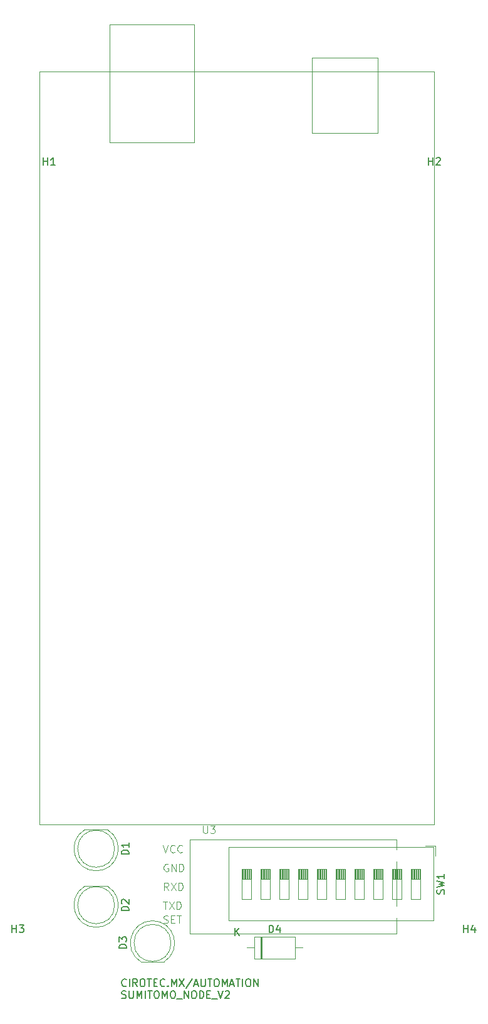
<source format=gbr>
G04 #@! TF.GenerationSoftware,KiCad,Pcbnew,8.0.0*
G04 #@! TF.CreationDate,2024-03-18T20:15:54-07:00*
G04 #@! TF.ProjectId,sumitomo_node_v2,73756d69-746f-46d6-9f5f-6e6f64655f76,rev?*
G04 #@! TF.SameCoordinates,Original*
G04 #@! TF.FileFunction,Legend,Top*
G04 #@! TF.FilePolarity,Positive*
%FSLAX46Y46*%
G04 Gerber Fmt 4.6, Leading zero omitted, Abs format (unit mm)*
G04 Created by KiCad (PCBNEW 8.0.0) date 2024-03-18 20:15:54*
%MOMM*%
%LPD*%
G01*
G04 APERTURE LIST*
%ADD10C,0.150000*%
%ADD11C,0.100000*%
%ADD12C,0.120000*%
%ADD13C,5.300000*%
%ADD14R,2.200000X2.200000*%
%ADD15O,2.200000X2.200000*%
%ADD16R,2.000000X2.000000*%
%ADD17R,1.600000X1.600000*%
%ADD18O,1.600000X1.600000*%
%ADD19C,1.600000*%
%ADD20R,1.800000X1.800000*%
%ADD21C,1.800000*%
G04 APERTURE END LIST*
D10*
X75203207Y-164534636D02*
X75155588Y-164582256D01*
X75155588Y-164582256D02*
X75012731Y-164629875D01*
X75012731Y-164629875D02*
X74917493Y-164629875D01*
X74917493Y-164629875D02*
X74774636Y-164582256D01*
X74774636Y-164582256D02*
X74679398Y-164487017D01*
X74679398Y-164487017D02*
X74631779Y-164391779D01*
X74631779Y-164391779D02*
X74584160Y-164201303D01*
X74584160Y-164201303D02*
X74584160Y-164058446D01*
X74584160Y-164058446D02*
X74631779Y-163867970D01*
X74631779Y-163867970D02*
X74679398Y-163772732D01*
X74679398Y-163772732D02*
X74774636Y-163677494D01*
X74774636Y-163677494D02*
X74917493Y-163629875D01*
X74917493Y-163629875D02*
X75012731Y-163629875D01*
X75012731Y-163629875D02*
X75155588Y-163677494D01*
X75155588Y-163677494D02*
X75203207Y-163725113D01*
X75631779Y-164629875D02*
X75631779Y-163629875D01*
X76679397Y-164629875D02*
X76346064Y-164153684D01*
X76107969Y-164629875D02*
X76107969Y-163629875D01*
X76107969Y-163629875D02*
X76488921Y-163629875D01*
X76488921Y-163629875D02*
X76584159Y-163677494D01*
X76584159Y-163677494D02*
X76631778Y-163725113D01*
X76631778Y-163725113D02*
X76679397Y-163820351D01*
X76679397Y-163820351D02*
X76679397Y-163963208D01*
X76679397Y-163963208D02*
X76631778Y-164058446D01*
X76631778Y-164058446D02*
X76584159Y-164106065D01*
X76584159Y-164106065D02*
X76488921Y-164153684D01*
X76488921Y-164153684D02*
X76107969Y-164153684D01*
X77298445Y-163629875D02*
X77488921Y-163629875D01*
X77488921Y-163629875D02*
X77584159Y-163677494D01*
X77584159Y-163677494D02*
X77679397Y-163772732D01*
X77679397Y-163772732D02*
X77727016Y-163963208D01*
X77727016Y-163963208D02*
X77727016Y-164296541D01*
X77727016Y-164296541D02*
X77679397Y-164487017D01*
X77679397Y-164487017D02*
X77584159Y-164582256D01*
X77584159Y-164582256D02*
X77488921Y-164629875D01*
X77488921Y-164629875D02*
X77298445Y-164629875D01*
X77298445Y-164629875D02*
X77203207Y-164582256D01*
X77203207Y-164582256D02*
X77107969Y-164487017D01*
X77107969Y-164487017D02*
X77060350Y-164296541D01*
X77060350Y-164296541D02*
X77060350Y-163963208D01*
X77060350Y-163963208D02*
X77107969Y-163772732D01*
X77107969Y-163772732D02*
X77203207Y-163677494D01*
X77203207Y-163677494D02*
X77298445Y-163629875D01*
X78012731Y-163629875D02*
X78584159Y-163629875D01*
X78298445Y-164629875D02*
X78298445Y-163629875D01*
X78917493Y-164106065D02*
X79250826Y-164106065D01*
X79393683Y-164629875D02*
X78917493Y-164629875D01*
X78917493Y-164629875D02*
X78917493Y-163629875D01*
X78917493Y-163629875D02*
X79393683Y-163629875D01*
X80393683Y-164534636D02*
X80346064Y-164582256D01*
X80346064Y-164582256D02*
X80203207Y-164629875D01*
X80203207Y-164629875D02*
X80107969Y-164629875D01*
X80107969Y-164629875D02*
X79965112Y-164582256D01*
X79965112Y-164582256D02*
X79869874Y-164487017D01*
X79869874Y-164487017D02*
X79822255Y-164391779D01*
X79822255Y-164391779D02*
X79774636Y-164201303D01*
X79774636Y-164201303D02*
X79774636Y-164058446D01*
X79774636Y-164058446D02*
X79822255Y-163867970D01*
X79822255Y-163867970D02*
X79869874Y-163772732D01*
X79869874Y-163772732D02*
X79965112Y-163677494D01*
X79965112Y-163677494D02*
X80107969Y-163629875D01*
X80107969Y-163629875D02*
X80203207Y-163629875D01*
X80203207Y-163629875D02*
X80346064Y-163677494D01*
X80346064Y-163677494D02*
X80393683Y-163725113D01*
X80822255Y-164534636D02*
X80869874Y-164582256D01*
X80869874Y-164582256D02*
X80822255Y-164629875D01*
X80822255Y-164629875D02*
X80774636Y-164582256D01*
X80774636Y-164582256D02*
X80822255Y-164534636D01*
X80822255Y-164534636D02*
X80822255Y-164629875D01*
X81298445Y-164629875D02*
X81298445Y-163629875D01*
X81298445Y-163629875D02*
X81631778Y-164344160D01*
X81631778Y-164344160D02*
X81965111Y-163629875D01*
X81965111Y-163629875D02*
X81965111Y-164629875D01*
X82346064Y-163629875D02*
X83012730Y-164629875D01*
X83012730Y-163629875D02*
X82346064Y-164629875D01*
X84107968Y-163582256D02*
X83250826Y-164867970D01*
X84393683Y-164344160D02*
X84869873Y-164344160D01*
X84298445Y-164629875D02*
X84631778Y-163629875D01*
X84631778Y-163629875D02*
X84965111Y-164629875D01*
X85298445Y-163629875D02*
X85298445Y-164439398D01*
X85298445Y-164439398D02*
X85346064Y-164534636D01*
X85346064Y-164534636D02*
X85393683Y-164582256D01*
X85393683Y-164582256D02*
X85488921Y-164629875D01*
X85488921Y-164629875D02*
X85679397Y-164629875D01*
X85679397Y-164629875D02*
X85774635Y-164582256D01*
X85774635Y-164582256D02*
X85822254Y-164534636D01*
X85822254Y-164534636D02*
X85869873Y-164439398D01*
X85869873Y-164439398D02*
X85869873Y-163629875D01*
X86203207Y-163629875D02*
X86774635Y-163629875D01*
X86488921Y-164629875D02*
X86488921Y-163629875D01*
X87298445Y-163629875D02*
X87488921Y-163629875D01*
X87488921Y-163629875D02*
X87584159Y-163677494D01*
X87584159Y-163677494D02*
X87679397Y-163772732D01*
X87679397Y-163772732D02*
X87727016Y-163963208D01*
X87727016Y-163963208D02*
X87727016Y-164296541D01*
X87727016Y-164296541D02*
X87679397Y-164487017D01*
X87679397Y-164487017D02*
X87584159Y-164582256D01*
X87584159Y-164582256D02*
X87488921Y-164629875D01*
X87488921Y-164629875D02*
X87298445Y-164629875D01*
X87298445Y-164629875D02*
X87203207Y-164582256D01*
X87203207Y-164582256D02*
X87107969Y-164487017D01*
X87107969Y-164487017D02*
X87060350Y-164296541D01*
X87060350Y-164296541D02*
X87060350Y-163963208D01*
X87060350Y-163963208D02*
X87107969Y-163772732D01*
X87107969Y-163772732D02*
X87203207Y-163677494D01*
X87203207Y-163677494D02*
X87298445Y-163629875D01*
X88155588Y-164629875D02*
X88155588Y-163629875D01*
X88155588Y-163629875D02*
X88488921Y-164344160D01*
X88488921Y-164344160D02*
X88822254Y-163629875D01*
X88822254Y-163629875D02*
X88822254Y-164629875D01*
X89250826Y-164344160D02*
X89727016Y-164344160D01*
X89155588Y-164629875D02*
X89488921Y-163629875D01*
X89488921Y-163629875D02*
X89822254Y-164629875D01*
X90012731Y-163629875D02*
X90584159Y-163629875D01*
X90298445Y-164629875D02*
X90298445Y-163629875D01*
X90917493Y-164629875D02*
X90917493Y-163629875D01*
X91584159Y-163629875D02*
X91774635Y-163629875D01*
X91774635Y-163629875D02*
X91869873Y-163677494D01*
X91869873Y-163677494D02*
X91965111Y-163772732D01*
X91965111Y-163772732D02*
X92012730Y-163963208D01*
X92012730Y-163963208D02*
X92012730Y-164296541D01*
X92012730Y-164296541D02*
X91965111Y-164487017D01*
X91965111Y-164487017D02*
X91869873Y-164582256D01*
X91869873Y-164582256D02*
X91774635Y-164629875D01*
X91774635Y-164629875D02*
X91584159Y-164629875D01*
X91584159Y-164629875D02*
X91488921Y-164582256D01*
X91488921Y-164582256D02*
X91393683Y-164487017D01*
X91393683Y-164487017D02*
X91346064Y-164296541D01*
X91346064Y-164296541D02*
X91346064Y-163963208D01*
X91346064Y-163963208D02*
X91393683Y-163772732D01*
X91393683Y-163772732D02*
X91488921Y-163677494D01*
X91488921Y-163677494D02*
X91584159Y-163629875D01*
X92441302Y-164629875D02*
X92441302Y-163629875D01*
X92441302Y-163629875D02*
X93012730Y-164629875D01*
X93012730Y-164629875D02*
X93012730Y-163629875D01*
X74584160Y-166192200D02*
X74727017Y-166239819D01*
X74727017Y-166239819D02*
X74965112Y-166239819D01*
X74965112Y-166239819D02*
X75060350Y-166192200D01*
X75060350Y-166192200D02*
X75107969Y-166144580D01*
X75107969Y-166144580D02*
X75155588Y-166049342D01*
X75155588Y-166049342D02*
X75155588Y-165954104D01*
X75155588Y-165954104D02*
X75107969Y-165858866D01*
X75107969Y-165858866D02*
X75060350Y-165811247D01*
X75060350Y-165811247D02*
X74965112Y-165763628D01*
X74965112Y-165763628D02*
X74774636Y-165716009D01*
X74774636Y-165716009D02*
X74679398Y-165668390D01*
X74679398Y-165668390D02*
X74631779Y-165620771D01*
X74631779Y-165620771D02*
X74584160Y-165525533D01*
X74584160Y-165525533D02*
X74584160Y-165430295D01*
X74584160Y-165430295D02*
X74631779Y-165335057D01*
X74631779Y-165335057D02*
X74679398Y-165287438D01*
X74679398Y-165287438D02*
X74774636Y-165239819D01*
X74774636Y-165239819D02*
X75012731Y-165239819D01*
X75012731Y-165239819D02*
X75155588Y-165287438D01*
X75584160Y-165239819D02*
X75584160Y-166049342D01*
X75584160Y-166049342D02*
X75631779Y-166144580D01*
X75631779Y-166144580D02*
X75679398Y-166192200D01*
X75679398Y-166192200D02*
X75774636Y-166239819D01*
X75774636Y-166239819D02*
X75965112Y-166239819D01*
X75965112Y-166239819D02*
X76060350Y-166192200D01*
X76060350Y-166192200D02*
X76107969Y-166144580D01*
X76107969Y-166144580D02*
X76155588Y-166049342D01*
X76155588Y-166049342D02*
X76155588Y-165239819D01*
X76631779Y-166239819D02*
X76631779Y-165239819D01*
X76631779Y-165239819D02*
X76965112Y-165954104D01*
X76965112Y-165954104D02*
X77298445Y-165239819D01*
X77298445Y-165239819D02*
X77298445Y-166239819D01*
X77774636Y-166239819D02*
X77774636Y-165239819D01*
X78107969Y-165239819D02*
X78679397Y-165239819D01*
X78393683Y-166239819D02*
X78393683Y-165239819D01*
X79203207Y-165239819D02*
X79393683Y-165239819D01*
X79393683Y-165239819D02*
X79488921Y-165287438D01*
X79488921Y-165287438D02*
X79584159Y-165382676D01*
X79584159Y-165382676D02*
X79631778Y-165573152D01*
X79631778Y-165573152D02*
X79631778Y-165906485D01*
X79631778Y-165906485D02*
X79584159Y-166096961D01*
X79584159Y-166096961D02*
X79488921Y-166192200D01*
X79488921Y-166192200D02*
X79393683Y-166239819D01*
X79393683Y-166239819D02*
X79203207Y-166239819D01*
X79203207Y-166239819D02*
X79107969Y-166192200D01*
X79107969Y-166192200D02*
X79012731Y-166096961D01*
X79012731Y-166096961D02*
X78965112Y-165906485D01*
X78965112Y-165906485D02*
X78965112Y-165573152D01*
X78965112Y-165573152D02*
X79012731Y-165382676D01*
X79012731Y-165382676D02*
X79107969Y-165287438D01*
X79107969Y-165287438D02*
X79203207Y-165239819D01*
X80060350Y-166239819D02*
X80060350Y-165239819D01*
X80060350Y-165239819D02*
X80393683Y-165954104D01*
X80393683Y-165954104D02*
X80727016Y-165239819D01*
X80727016Y-165239819D02*
X80727016Y-166239819D01*
X81393683Y-165239819D02*
X81584159Y-165239819D01*
X81584159Y-165239819D02*
X81679397Y-165287438D01*
X81679397Y-165287438D02*
X81774635Y-165382676D01*
X81774635Y-165382676D02*
X81822254Y-165573152D01*
X81822254Y-165573152D02*
X81822254Y-165906485D01*
X81822254Y-165906485D02*
X81774635Y-166096961D01*
X81774635Y-166096961D02*
X81679397Y-166192200D01*
X81679397Y-166192200D02*
X81584159Y-166239819D01*
X81584159Y-166239819D02*
X81393683Y-166239819D01*
X81393683Y-166239819D02*
X81298445Y-166192200D01*
X81298445Y-166192200D02*
X81203207Y-166096961D01*
X81203207Y-166096961D02*
X81155588Y-165906485D01*
X81155588Y-165906485D02*
X81155588Y-165573152D01*
X81155588Y-165573152D02*
X81203207Y-165382676D01*
X81203207Y-165382676D02*
X81298445Y-165287438D01*
X81298445Y-165287438D02*
X81393683Y-165239819D01*
X82012731Y-166335057D02*
X82774635Y-166335057D01*
X83012731Y-166239819D02*
X83012731Y-165239819D01*
X83012731Y-165239819D02*
X83584159Y-166239819D01*
X83584159Y-166239819D02*
X83584159Y-165239819D01*
X84250826Y-165239819D02*
X84441302Y-165239819D01*
X84441302Y-165239819D02*
X84536540Y-165287438D01*
X84536540Y-165287438D02*
X84631778Y-165382676D01*
X84631778Y-165382676D02*
X84679397Y-165573152D01*
X84679397Y-165573152D02*
X84679397Y-165906485D01*
X84679397Y-165906485D02*
X84631778Y-166096961D01*
X84631778Y-166096961D02*
X84536540Y-166192200D01*
X84536540Y-166192200D02*
X84441302Y-166239819D01*
X84441302Y-166239819D02*
X84250826Y-166239819D01*
X84250826Y-166239819D02*
X84155588Y-166192200D01*
X84155588Y-166192200D02*
X84060350Y-166096961D01*
X84060350Y-166096961D02*
X84012731Y-165906485D01*
X84012731Y-165906485D02*
X84012731Y-165573152D01*
X84012731Y-165573152D02*
X84060350Y-165382676D01*
X84060350Y-165382676D02*
X84155588Y-165287438D01*
X84155588Y-165287438D02*
X84250826Y-165239819D01*
X85107969Y-166239819D02*
X85107969Y-165239819D01*
X85107969Y-165239819D02*
X85346064Y-165239819D01*
X85346064Y-165239819D02*
X85488921Y-165287438D01*
X85488921Y-165287438D02*
X85584159Y-165382676D01*
X85584159Y-165382676D02*
X85631778Y-165477914D01*
X85631778Y-165477914D02*
X85679397Y-165668390D01*
X85679397Y-165668390D02*
X85679397Y-165811247D01*
X85679397Y-165811247D02*
X85631778Y-166001723D01*
X85631778Y-166001723D02*
X85584159Y-166096961D01*
X85584159Y-166096961D02*
X85488921Y-166192200D01*
X85488921Y-166192200D02*
X85346064Y-166239819D01*
X85346064Y-166239819D02*
X85107969Y-166239819D01*
X86107969Y-165716009D02*
X86441302Y-165716009D01*
X86584159Y-166239819D02*
X86107969Y-166239819D01*
X86107969Y-166239819D02*
X86107969Y-165239819D01*
X86107969Y-165239819D02*
X86584159Y-165239819D01*
X86774636Y-166335057D02*
X87536540Y-166335057D01*
X87631779Y-165239819D02*
X87965112Y-166239819D01*
X87965112Y-166239819D02*
X88298445Y-165239819D01*
X88584160Y-165335057D02*
X88631779Y-165287438D01*
X88631779Y-165287438D02*
X88727017Y-165239819D01*
X88727017Y-165239819D02*
X88965112Y-165239819D01*
X88965112Y-165239819D02*
X89060350Y-165287438D01*
X89060350Y-165287438D02*
X89107969Y-165335057D01*
X89107969Y-165335057D02*
X89155588Y-165430295D01*
X89155588Y-165430295D02*
X89155588Y-165525533D01*
X89155588Y-165525533D02*
X89107969Y-165668390D01*
X89107969Y-165668390D02*
X88536541Y-166239819D01*
X88536541Y-166239819D02*
X89155588Y-166239819D01*
X120818095Y-157340819D02*
X120818095Y-156340819D01*
X120818095Y-156817009D02*
X121389523Y-156817009D01*
X121389523Y-157340819D02*
X121389523Y-156340819D01*
X122294285Y-156674152D02*
X122294285Y-157340819D01*
X122056190Y-156293200D02*
X121818095Y-157007485D01*
X121818095Y-157007485D02*
X122437142Y-157007485D01*
X59776095Y-157340819D02*
X59776095Y-156340819D01*
X59776095Y-156817009D02*
X60347523Y-156817009D01*
X60347523Y-157340819D02*
X60347523Y-156340819D01*
X60728476Y-156340819D02*
X61347523Y-156340819D01*
X61347523Y-156340819D02*
X61014190Y-156721771D01*
X61014190Y-156721771D02*
X61157047Y-156721771D01*
X61157047Y-156721771D02*
X61252285Y-156769390D01*
X61252285Y-156769390D02*
X61299904Y-156817009D01*
X61299904Y-156817009D02*
X61347523Y-156912247D01*
X61347523Y-156912247D02*
X61347523Y-157150342D01*
X61347523Y-157150342D02*
X61299904Y-157245580D01*
X61299904Y-157245580D02*
X61252285Y-157293200D01*
X61252285Y-157293200D02*
X61157047Y-157340819D01*
X61157047Y-157340819D02*
X60871333Y-157340819D01*
X60871333Y-157340819D02*
X60776095Y-157293200D01*
X60776095Y-157293200D02*
X60728476Y-157245580D01*
X116078095Y-53794819D02*
X116078095Y-52794819D01*
X116078095Y-53271009D02*
X116649523Y-53271009D01*
X116649523Y-53794819D02*
X116649523Y-52794819D01*
X117078095Y-52890057D02*
X117125714Y-52842438D01*
X117125714Y-52842438D02*
X117220952Y-52794819D01*
X117220952Y-52794819D02*
X117459047Y-52794819D01*
X117459047Y-52794819D02*
X117554285Y-52842438D01*
X117554285Y-52842438D02*
X117601904Y-52890057D01*
X117601904Y-52890057D02*
X117649523Y-52985295D01*
X117649523Y-52985295D02*
X117649523Y-53080533D01*
X117649523Y-53080533D02*
X117601904Y-53223390D01*
X117601904Y-53223390D02*
X117030476Y-53794819D01*
X117030476Y-53794819D02*
X117649523Y-53794819D01*
X64008095Y-53794819D02*
X64008095Y-52794819D01*
X64008095Y-53271009D02*
X64579523Y-53271009D01*
X64579523Y-53794819D02*
X64579523Y-52794819D01*
X65579523Y-53794819D02*
X65008095Y-53794819D01*
X65293809Y-53794819D02*
X65293809Y-52794819D01*
X65293809Y-52794819D02*
X65198571Y-52937676D01*
X65198571Y-52937676D02*
X65103333Y-53032914D01*
X65103333Y-53032914D02*
X65008095Y-53080533D01*
X94511905Y-157369819D02*
X94511905Y-156369819D01*
X94511905Y-156369819D02*
X94750000Y-156369819D01*
X94750000Y-156369819D02*
X94892857Y-156417438D01*
X94892857Y-156417438D02*
X94988095Y-156512676D01*
X94988095Y-156512676D02*
X95035714Y-156607914D01*
X95035714Y-156607914D02*
X95083333Y-156798390D01*
X95083333Y-156798390D02*
X95083333Y-156941247D01*
X95083333Y-156941247D02*
X95035714Y-157131723D01*
X95035714Y-157131723D02*
X94988095Y-157226961D01*
X94988095Y-157226961D02*
X94892857Y-157322200D01*
X94892857Y-157322200D02*
X94750000Y-157369819D01*
X94750000Y-157369819D02*
X94511905Y-157369819D01*
X95940476Y-156703152D02*
X95940476Y-157369819D01*
X95702381Y-156322200D02*
X95464286Y-157036485D01*
X95464286Y-157036485D02*
X96083333Y-157036485D01*
X89908095Y-157739819D02*
X89908095Y-156739819D01*
X90479523Y-157739819D02*
X90050952Y-157168390D01*
X90479523Y-156739819D02*
X89908095Y-157311247D01*
D11*
X85598095Y-142967419D02*
X85598095Y-143776942D01*
X85598095Y-143776942D02*
X85645714Y-143872180D01*
X85645714Y-143872180D02*
X85693333Y-143919800D01*
X85693333Y-143919800D02*
X85788571Y-143967419D01*
X85788571Y-143967419D02*
X85979047Y-143967419D01*
X85979047Y-143967419D02*
X86074285Y-143919800D01*
X86074285Y-143919800D02*
X86121904Y-143872180D01*
X86121904Y-143872180D02*
X86169523Y-143776942D01*
X86169523Y-143776942D02*
X86169523Y-142967419D01*
X86550476Y-142967419D02*
X87169523Y-142967419D01*
X87169523Y-142967419D02*
X86836190Y-143348371D01*
X86836190Y-143348371D02*
X86979047Y-143348371D01*
X86979047Y-143348371D02*
X87074285Y-143395990D01*
X87074285Y-143395990D02*
X87121904Y-143443609D01*
X87121904Y-143443609D02*
X87169523Y-143538847D01*
X87169523Y-143538847D02*
X87169523Y-143776942D01*
X87169523Y-143776942D02*
X87121904Y-143872180D01*
X87121904Y-143872180D02*
X87074285Y-143919800D01*
X87074285Y-143919800D02*
X86979047Y-143967419D01*
X86979047Y-143967419D02*
X86693333Y-143967419D01*
X86693333Y-143967419D02*
X86598095Y-143919800D01*
X86598095Y-143919800D02*
X86550476Y-143872180D01*
X80885312Y-151637419D02*
X80551979Y-151161228D01*
X80313884Y-151637419D02*
X80313884Y-150637419D01*
X80313884Y-150637419D02*
X80694836Y-150637419D01*
X80694836Y-150637419D02*
X80790074Y-150685038D01*
X80790074Y-150685038D02*
X80837693Y-150732657D01*
X80837693Y-150732657D02*
X80885312Y-150827895D01*
X80885312Y-150827895D02*
X80885312Y-150970752D01*
X80885312Y-150970752D02*
X80837693Y-151065990D01*
X80837693Y-151065990D02*
X80790074Y-151113609D01*
X80790074Y-151113609D02*
X80694836Y-151161228D01*
X80694836Y-151161228D02*
X80313884Y-151161228D01*
X81218646Y-150637419D02*
X81885312Y-151637419D01*
X81885312Y-150637419D02*
X81218646Y-151637419D01*
X82266265Y-151637419D02*
X82266265Y-150637419D01*
X82266265Y-150637419D02*
X82504360Y-150637419D01*
X82504360Y-150637419D02*
X82647217Y-150685038D01*
X82647217Y-150685038D02*
X82742455Y-150780276D01*
X82742455Y-150780276D02*
X82790074Y-150875514D01*
X82790074Y-150875514D02*
X82837693Y-151065990D01*
X82837693Y-151065990D02*
X82837693Y-151208847D01*
X82837693Y-151208847D02*
X82790074Y-151399323D01*
X82790074Y-151399323D02*
X82742455Y-151494561D01*
X82742455Y-151494561D02*
X82647217Y-151589800D01*
X82647217Y-151589800D02*
X82504360Y-151637419D01*
X82504360Y-151637419D02*
X82266265Y-151637419D01*
X80266265Y-156034800D02*
X80409122Y-156082419D01*
X80409122Y-156082419D02*
X80647217Y-156082419D01*
X80647217Y-156082419D02*
X80742455Y-156034800D01*
X80742455Y-156034800D02*
X80790074Y-155987180D01*
X80790074Y-155987180D02*
X80837693Y-155891942D01*
X80837693Y-155891942D02*
X80837693Y-155796704D01*
X80837693Y-155796704D02*
X80790074Y-155701466D01*
X80790074Y-155701466D02*
X80742455Y-155653847D01*
X80742455Y-155653847D02*
X80647217Y-155606228D01*
X80647217Y-155606228D02*
X80456741Y-155558609D01*
X80456741Y-155558609D02*
X80361503Y-155510990D01*
X80361503Y-155510990D02*
X80313884Y-155463371D01*
X80313884Y-155463371D02*
X80266265Y-155368133D01*
X80266265Y-155368133D02*
X80266265Y-155272895D01*
X80266265Y-155272895D02*
X80313884Y-155177657D01*
X80313884Y-155177657D02*
X80361503Y-155130038D01*
X80361503Y-155130038D02*
X80456741Y-155082419D01*
X80456741Y-155082419D02*
X80694836Y-155082419D01*
X80694836Y-155082419D02*
X80837693Y-155130038D01*
X81266265Y-155558609D02*
X81599598Y-155558609D01*
X81742455Y-156082419D02*
X81266265Y-156082419D01*
X81266265Y-156082419D02*
X81266265Y-155082419D01*
X81266265Y-155082419D02*
X81742455Y-155082419D01*
X82028170Y-155082419D02*
X82599598Y-155082419D01*
X82313884Y-156082419D02*
X82313884Y-155082419D01*
X80837693Y-148145038D02*
X80742455Y-148097419D01*
X80742455Y-148097419D02*
X80599598Y-148097419D01*
X80599598Y-148097419D02*
X80456741Y-148145038D01*
X80456741Y-148145038D02*
X80361503Y-148240276D01*
X80361503Y-148240276D02*
X80313884Y-148335514D01*
X80313884Y-148335514D02*
X80266265Y-148525990D01*
X80266265Y-148525990D02*
X80266265Y-148668847D01*
X80266265Y-148668847D02*
X80313884Y-148859323D01*
X80313884Y-148859323D02*
X80361503Y-148954561D01*
X80361503Y-148954561D02*
X80456741Y-149049800D01*
X80456741Y-149049800D02*
X80599598Y-149097419D01*
X80599598Y-149097419D02*
X80694836Y-149097419D01*
X80694836Y-149097419D02*
X80837693Y-149049800D01*
X80837693Y-149049800D02*
X80885312Y-149002180D01*
X80885312Y-149002180D02*
X80885312Y-148668847D01*
X80885312Y-148668847D02*
X80694836Y-148668847D01*
X81313884Y-149097419D02*
X81313884Y-148097419D01*
X81313884Y-148097419D02*
X81885312Y-149097419D01*
X81885312Y-149097419D02*
X81885312Y-148097419D01*
X82361503Y-149097419D02*
X82361503Y-148097419D01*
X82361503Y-148097419D02*
X82599598Y-148097419D01*
X82599598Y-148097419D02*
X82742455Y-148145038D01*
X82742455Y-148145038D02*
X82837693Y-148240276D01*
X82837693Y-148240276D02*
X82885312Y-148335514D01*
X82885312Y-148335514D02*
X82932931Y-148525990D01*
X82932931Y-148525990D02*
X82932931Y-148668847D01*
X82932931Y-148668847D02*
X82885312Y-148859323D01*
X82885312Y-148859323D02*
X82837693Y-148954561D01*
X82837693Y-148954561D02*
X82742455Y-149049800D01*
X82742455Y-149049800D02*
X82599598Y-149097419D01*
X82599598Y-149097419D02*
X82361503Y-149097419D01*
X80171027Y-153177419D02*
X80742455Y-153177419D01*
X80456741Y-154177419D02*
X80456741Y-153177419D01*
X80980551Y-153177419D02*
X81647217Y-154177419D01*
X81647217Y-153177419D02*
X80980551Y-154177419D01*
X82028170Y-154177419D02*
X82028170Y-153177419D01*
X82028170Y-153177419D02*
X82266265Y-153177419D01*
X82266265Y-153177419D02*
X82409122Y-153225038D01*
X82409122Y-153225038D02*
X82504360Y-153320276D01*
X82504360Y-153320276D02*
X82551979Y-153415514D01*
X82551979Y-153415514D02*
X82599598Y-153605990D01*
X82599598Y-153605990D02*
X82599598Y-153748847D01*
X82599598Y-153748847D02*
X82551979Y-153939323D01*
X82551979Y-153939323D02*
X82504360Y-154034561D01*
X82504360Y-154034561D02*
X82409122Y-154129800D01*
X82409122Y-154129800D02*
X82266265Y-154177419D01*
X82266265Y-154177419D02*
X82028170Y-154177419D01*
X80171027Y-145557419D02*
X80504360Y-146557419D01*
X80504360Y-146557419D02*
X80837693Y-145557419D01*
X81742455Y-146462180D02*
X81694836Y-146509800D01*
X81694836Y-146509800D02*
X81551979Y-146557419D01*
X81551979Y-146557419D02*
X81456741Y-146557419D01*
X81456741Y-146557419D02*
X81313884Y-146509800D01*
X81313884Y-146509800D02*
X81218646Y-146414561D01*
X81218646Y-146414561D02*
X81171027Y-146319323D01*
X81171027Y-146319323D02*
X81123408Y-146128847D01*
X81123408Y-146128847D02*
X81123408Y-145985990D01*
X81123408Y-145985990D02*
X81171027Y-145795514D01*
X81171027Y-145795514D02*
X81218646Y-145700276D01*
X81218646Y-145700276D02*
X81313884Y-145605038D01*
X81313884Y-145605038D02*
X81456741Y-145557419D01*
X81456741Y-145557419D02*
X81551979Y-145557419D01*
X81551979Y-145557419D02*
X81694836Y-145605038D01*
X81694836Y-145605038D02*
X81742455Y-145652657D01*
X82742455Y-146462180D02*
X82694836Y-146509800D01*
X82694836Y-146509800D02*
X82551979Y-146557419D01*
X82551979Y-146557419D02*
X82456741Y-146557419D01*
X82456741Y-146557419D02*
X82313884Y-146509800D01*
X82313884Y-146509800D02*
X82218646Y-146414561D01*
X82218646Y-146414561D02*
X82171027Y-146319323D01*
X82171027Y-146319323D02*
X82123408Y-146128847D01*
X82123408Y-146128847D02*
X82123408Y-145985990D01*
X82123408Y-145985990D02*
X82171027Y-145795514D01*
X82171027Y-145795514D02*
X82218646Y-145700276D01*
X82218646Y-145700276D02*
X82313884Y-145605038D01*
X82313884Y-145605038D02*
X82456741Y-145557419D01*
X82456741Y-145557419D02*
X82551979Y-145557419D01*
X82551979Y-145557419D02*
X82694836Y-145605038D01*
X82694836Y-145605038D02*
X82742455Y-145652657D01*
D10*
X118127200Y-152143332D02*
X118174819Y-152000475D01*
X118174819Y-152000475D02*
X118174819Y-151762380D01*
X118174819Y-151762380D02*
X118127200Y-151667142D01*
X118127200Y-151667142D02*
X118079580Y-151619523D01*
X118079580Y-151619523D02*
X117984342Y-151571904D01*
X117984342Y-151571904D02*
X117889104Y-151571904D01*
X117889104Y-151571904D02*
X117793866Y-151619523D01*
X117793866Y-151619523D02*
X117746247Y-151667142D01*
X117746247Y-151667142D02*
X117698628Y-151762380D01*
X117698628Y-151762380D02*
X117651009Y-151952856D01*
X117651009Y-151952856D02*
X117603390Y-152048094D01*
X117603390Y-152048094D02*
X117555771Y-152095713D01*
X117555771Y-152095713D02*
X117460533Y-152143332D01*
X117460533Y-152143332D02*
X117365295Y-152143332D01*
X117365295Y-152143332D02*
X117270057Y-152095713D01*
X117270057Y-152095713D02*
X117222438Y-152048094D01*
X117222438Y-152048094D02*
X117174819Y-151952856D01*
X117174819Y-151952856D02*
X117174819Y-151714761D01*
X117174819Y-151714761D02*
X117222438Y-151571904D01*
X117174819Y-151238570D02*
X118174819Y-151000475D01*
X118174819Y-151000475D02*
X117460533Y-150809999D01*
X117460533Y-150809999D02*
X118174819Y-150619523D01*
X118174819Y-150619523D02*
X117174819Y-150381428D01*
X118174819Y-149476666D02*
X118174819Y-150048094D01*
X118174819Y-149762380D02*
X117174819Y-149762380D01*
X117174819Y-149762380D02*
X117317676Y-149857618D01*
X117317676Y-149857618D02*
X117412914Y-149952856D01*
X117412914Y-149952856D02*
X117460533Y-150048094D01*
X75234819Y-159498094D02*
X74234819Y-159498094D01*
X74234819Y-159498094D02*
X74234819Y-159259999D01*
X74234819Y-159259999D02*
X74282438Y-159117142D01*
X74282438Y-159117142D02*
X74377676Y-159021904D01*
X74377676Y-159021904D02*
X74472914Y-158974285D01*
X74472914Y-158974285D02*
X74663390Y-158926666D01*
X74663390Y-158926666D02*
X74806247Y-158926666D01*
X74806247Y-158926666D02*
X74996723Y-158974285D01*
X74996723Y-158974285D02*
X75091961Y-159021904D01*
X75091961Y-159021904D02*
X75187200Y-159117142D01*
X75187200Y-159117142D02*
X75234819Y-159259999D01*
X75234819Y-159259999D02*
X75234819Y-159498094D01*
X74234819Y-158593332D02*
X74234819Y-157974285D01*
X74234819Y-157974285D02*
X74615771Y-158307618D01*
X74615771Y-158307618D02*
X74615771Y-158164761D01*
X74615771Y-158164761D02*
X74663390Y-158069523D01*
X74663390Y-158069523D02*
X74711009Y-158021904D01*
X74711009Y-158021904D02*
X74806247Y-157974285D01*
X74806247Y-157974285D02*
X75044342Y-157974285D01*
X75044342Y-157974285D02*
X75139580Y-158021904D01*
X75139580Y-158021904D02*
X75187200Y-158069523D01*
X75187200Y-158069523D02*
X75234819Y-158164761D01*
X75234819Y-158164761D02*
X75234819Y-158450475D01*
X75234819Y-158450475D02*
X75187200Y-158545713D01*
X75187200Y-158545713D02*
X75139580Y-158593332D01*
X75534819Y-154408094D02*
X74534819Y-154408094D01*
X74534819Y-154408094D02*
X74534819Y-154169999D01*
X74534819Y-154169999D02*
X74582438Y-154027142D01*
X74582438Y-154027142D02*
X74677676Y-153931904D01*
X74677676Y-153931904D02*
X74772914Y-153884285D01*
X74772914Y-153884285D02*
X74963390Y-153836666D01*
X74963390Y-153836666D02*
X75106247Y-153836666D01*
X75106247Y-153836666D02*
X75296723Y-153884285D01*
X75296723Y-153884285D02*
X75391961Y-153931904D01*
X75391961Y-153931904D02*
X75487200Y-154027142D01*
X75487200Y-154027142D02*
X75534819Y-154169999D01*
X75534819Y-154169999D02*
X75534819Y-154408094D01*
X74630057Y-153455713D02*
X74582438Y-153408094D01*
X74582438Y-153408094D02*
X74534819Y-153312856D01*
X74534819Y-153312856D02*
X74534819Y-153074761D01*
X74534819Y-153074761D02*
X74582438Y-152979523D01*
X74582438Y-152979523D02*
X74630057Y-152931904D01*
X74630057Y-152931904D02*
X74725295Y-152884285D01*
X74725295Y-152884285D02*
X74820533Y-152884285D01*
X74820533Y-152884285D02*
X74963390Y-152931904D01*
X74963390Y-152931904D02*
X75534819Y-153503332D01*
X75534819Y-153503332D02*
X75534819Y-152884285D01*
X75534819Y-146788094D02*
X74534819Y-146788094D01*
X74534819Y-146788094D02*
X74534819Y-146549999D01*
X74534819Y-146549999D02*
X74582438Y-146407142D01*
X74582438Y-146407142D02*
X74677676Y-146311904D01*
X74677676Y-146311904D02*
X74772914Y-146264285D01*
X74772914Y-146264285D02*
X74963390Y-146216666D01*
X74963390Y-146216666D02*
X75106247Y-146216666D01*
X75106247Y-146216666D02*
X75296723Y-146264285D01*
X75296723Y-146264285D02*
X75391961Y-146311904D01*
X75391961Y-146311904D02*
X75487200Y-146407142D01*
X75487200Y-146407142D02*
X75534819Y-146549999D01*
X75534819Y-146549999D02*
X75534819Y-146788094D01*
X75534819Y-145264285D02*
X75534819Y-145835713D01*
X75534819Y-145549999D02*
X74534819Y-145549999D01*
X74534819Y-145549999D02*
X74677676Y-145645237D01*
X74677676Y-145645237D02*
X74772914Y-145740475D01*
X74772914Y-145740475D02*
X74820533Y-145835713D01*
D12*
X91510000Y-159385000D02*
X92530000Y-159385000D01*
X92530000Y-157915000D02*
X92530000Y-160855000D01*
X92530000Y-160855000D02*
X97970000Y-160855000D01*
X93310000Y-157915000D02*
X93310000Y-160855000D01*
X93430000Y-157915000D02*
X93430000Y-160855000D01*
X93550000Y-157915000D02*
X93550000Y-160855000D01*
X97970000Y-157915000D02*
X92530000Y-157915000D01*
X97970000Y-160855000D02*
X97970000Y-157915000D01*
X98990000Y-159385000D02*
X97970000Y-159385000D01*
D11*
X63460000Y-142804000D02*
X116800000Y-142804000D01*
X116800000Y-41204000D01*
X63460000Y-41204000D01*
X63460000Y-142804000D01*
X100290000Y-49459000D02*
X109180000Y-49459000D01*
X109180000Y-39299000D01*
X100290000Y-39299000D01*
X100290000Y-49459000D01*
X72985000Y-50729000D02*
X84415000Y-50729000D01*
X84415000Y-34854000D01*
X72985000Y-34854000D01*
X72985000Y-50729000D01*
X83820000Y-144780000D02*
X111760000Y-144780000D01*
X111760000Y-157480000D01*
X83820000Y-157480000D01*
X83820000Y-144780000D01*
D12*
X116960000Y-145620000D02*
X115577000Y-145620000D01*
X116960000Y-145620000D02*
X116960000Y-147004000D01*
X116720000Y-145860000D02*
X89020000Y-145860000D01*
X116720000Y-145860000D02*
X116720000Y-155760000D01*
X89020000Y-145860000D02*
X89020000Y-155760000D01*
X114935000Y-148780000D02*
X113665000Y-148780000D01*
X114815000Y-148780000D02*
X114815000Y-150133333D01*
X114695000Y-148780000D02*
X114695000Y-150133333D01*
X114575000Y-148780000D02*
X114575000Y-150133333D01*
X114455000Y-148780000D02*
X114455000Y-150133333D01*
X114335000Y-148780000D02*
X114335000Y-150133333D01*
X114215000Y-148780000D02*
X114215000Y-150133333D01*
X114095000Y-148780000D02*
X114095000Y-150133333D01*
X113975000Y-148780000D02*
X113975000Y-150133333D01*
X113855000Y-148780000D02*
X113855000Y-150133333D01*
X113735000Y-148780000D02*
X113735000Y-150133333D01*
X113665000Y-148780000D02*
X113665000Y-152840000D01*
X112395000Y-148780000D02*
X111125000Y-148780000D01*
X112275000Y-148780000D02*
X112275000Y-150133333D01*
X112155000Y-148780000D02*
X112155000Y-150133333D01*
X112035000Y-148780000D02*
X112035000Y-150133333D01*
X111915000Y-148780000D02*
X111915000Y-150133333D01*
X111795000Y-148780000D02*
X111795000Y-150133333D01*
X111675000Y-148780000D02*
X111675000Y-150133333D01*
X111555000Y-148780000D02*
X111555000Y-150133333D01*
X111435000Y-148780000D02*
X111435000Y-150133333D01*
X111315000Y-148780000D02*
X111315000Y-150133333D01*
X111195000Y-148780000D02*
X111195000Y-150133333D01*
X111125000Y-148780000D02*
X111125000Y-152840000D01*
X109855000Y-148780000D02*
X108585000Y-148780000D01*
X109735000Y-148780000D02*
X109735000Y-150133333D01*
X109615000Y-148780000D02*
X109615000Y-150133333D01*
X109495000Y-148780000D02*
X109495000Y-150133333D01*
X109375000Y-148780000D02*
X109375000Y-150133333D01*
X109255000Y-148780000D02*
X109255000Y-150133333D01*
X109135000Y-148780000D02*
X109135000Y-150133333D01*
X109015000Y-148780000D02*
X109015000Y-150133333D01*
X108895000Y-148780000D02*
X108895000Y-150133333D01*
X108775000Y-148780000D02*
X108775000Y-150133333D01*
X108655000Y-148780000D02*
X108655000Y-150133333D01*
X108585000Y-148780000D02*
X108585000Y-152840000D01*
X107315000Y-148780000D02*
X106045000Y-148780000D01*
X107195000Y-148780000D02*
X107195000Y-150133333D01*
X107075000Y-148780000D02*
X107075000Y-150133333D01*
X106955000Y-148780000D02*
X106955000Y-150133333D01*
X106835000Y-148780000D02*
X106835000Y-150133333D01*
X106715000Y-148780000D02*
X106715000Y-150133333D01*
X106595000Y-148780000D02*
X106595000Y-150133333D01*
X106475000Y-148780000D02*
X106475000Y-150133333D01*
X106355000Y-148780000D02*
X106355000Y-150133333D01*
X106235000Y-148780000D02*
X106235000Y-150133333D01*
X106115000Y-148780000D02*
X106115000Y-150133333D01*
X106045000Y-148780000D02*
X106045000Y-152840000D01*
X104775000Y-148780000D02*
X103505000Y-148780000D01*
X104655000Y-148780000D02*
X104655000Y-150133333D01*
X104535000Y-148780000D02*
X104535000Y-150133333D01*
X104415000Y-148780000D02*
X104415000Y-150133333D01*
X104295000Y-148780000D02*
X104295000Y-150133333D01*
X104175000Y-148780000D02*
X104175000Y-150133333D01*
X104055000Y-148780000D02*
X104055000Y-150133333D01*
X103935000Y-148780000D02*
X103935000Y-150133333D01*
X103815000Y-148780000D02*
X103815000Y-150133333D01*
X103695000Y-148780000D02*
X103695000Y-150133333D01*
X103575000Y-148780000D02*
X103575000Y-150133333D01*
X103505000Y-148780000D02*
X103505000Y-152840000D01*
X102235000Y-148780000D02*
X100965000Y-148780000D01*
X102115000Y-148780000D02*
X102115000Y-150133333D01*
X101995000Y-148780000D02*
X101995000Y-150133333D01*
X101875000Y-148780000D02*
X101875000Y-150133333D01*
X101755000Y-148780000D02*
X101755000Y-150133333D01*
X101635000Y-148780000D02*
X101635000Y-150133333D01*
X101515000Y-148780000D02*
X101515000Y-150133333D01*
X101395000Y-148780000D02*
X101395000Y-150133333D01*
X101275000Y-148780000D02*
X101275000Y-150133333D01*
X101155000Y-148780000D02*
X101155000Y-150133333D01*
X101035000Y-148780000D02*
X101035000Y-150133333D01*
X100965000Y-148780000D02*
X100965000Y-152840000D01*
X99695000Y-148780000D02*
X98425000Y-148780000D01*
X99575000Y-148780000D02*
X99575000Y-150133333D01*
X99455000Y-148780000D02*
X99455000Y-150133333D01*
X99335000Y-148780000D02*
X99335000Y-150133333D01*
X99215000Y-148780000D02*
X99215000Y-150133333D01*
X99095000Y-148780000D02*
X99095000Y-150133333D01*
X98975000Y-148780000D02*
X98975000Y-150133333D01*
X98855000Y-148780000D02*
X98855000Y-150133333D01*
X98735000Y-148780000D02*
X98735000Y-150133333D01*
X98615000Y-148780000D02*
X98615000Y-150133333D01*
X98495000Y-148780000D02*
X98495000Y-150133333D01*
X98425000Y-148780000D02*
X98425000Y-152840000D01*
X97155000Y-148780000D02*
X95885000Y-148780000D01*
X97035000Y-148780000D02*
X97035000Y-150133333D01*
X96915000Y-148780000D02*
X96915000Y-150133333D01*
X96795000Y-148780000D02*
X96795000Y-150133333D01*
X96675000Y-148780000D02*
X96675000Y-150133333D01*
X96555000Y-148780000D02*
X96555000Y-150133333D01*
X96435000Y-148780000D02*
X96435000Y-150133333D01*
X96315000Y-148780000D02*
X96315000Y-150133333D01*
X96195000Y-148780000D02*
X96195000Y-150133333D01*
X96075000Y-148780000D02*
X96075000Y-150133333D01*
X95955000Y-148780000D02*
X95955000Y-150133333D01*
X95885000Y-148780000D02*
X95885000Y-152840000D01*
X94615000Y-148780000D02*
X93345000Y-148780000D01*
X94495000Y-148780000D02*
X94495000Y-150133333D01*
X94375000Y-148780000D02*
X94375000Y-150133333D01*
X94255000Y-148780000D02*
X94255000Y-150133333D01*
X94135000Y-148780000D02*
X94135000Y-150133333D01*
X94015000Y-148780000D02*
X94015000Y-150133333D01*
X93895000Y-148780000D02*
X93895000Y-150133333D01*
X93775000Y-148780000D02*
X93775000Y-150133333D01*
X93655000Y-148780000D02*
X93655000Y-150133333D01*
X93535000Y-148780000D02*
X93535000Y-150133333D01*
X93415000Y-148780000D02*
X93415000Y-150133333D01*
X93345000Y-148780000D02*
X93345000Y-152840000D01*
X92075000Y-148780000D02*
X90805000Y-148780000D01*
X91955000Y-148780000D02*
X91955000Y-150133333D01*
X91835000Y-148780000D02*
X91835000Y-150133333D01*
X91715000Y-148780000D02*
X91715000Y-150133333D01*
X91595000Y-148780000D02*
X91595000Y-150133333D01*
X91475000Y-148780000D02*
X91475000Y-150133333D01*
X91355000Y-148780000D02*
X91355000Y-150133333D01*
X91235000Y-148780000D02*
X91235000Y-150133333D01*
X91115000Y-148780000D02*
X91115000Y-150133333D01*
X90995000Y-148780000D02*
X90995000Y-150133333D01*
X90875000Y-148780000D02*
X90875000Y-150133333D01*
X90805000Y-148780000D02*
X90805000Y-152840000D01*
X114935000Y-150133333D02*
X113665000Y-150133333D01*
X112395000Y-150133333D02*
X111125000Y-150133333D01*
X109855000Y-150133333D02*
X108585000Y-150133333D01*
X107315000Y-150133333D02*
X106045000Y-150133333D01*
X104775000Y-150133333D02*
X103505000Y-150133333D01*
X102235000Y-150133333D02*
X100965000Y-150133333D01*
X99695000Y-150133333D02*
X98425000Y-150133333D01*
X97155000Y-150133333D02*
X95885000Y-150133333D01*
X94615000Y-150133333D02*
X93345000Y-150133333D01*
X92075000Y-150133333D02*
X90805000Y-150133333D01*
X114935000Y-152840000D02*
X114935000Y-148780000D01*
X113665000Y-152840000D02*
X114935000Y-152840000D01*
X112395000Y-152840000D02*
X112395000Y-148780000D01*
X111125000Y-152840000D02*
X112395000Y-152840000D01*
X109855000Y-152840000D02*
X109855000Y-148780000D01*
X108585000Y-152840000D02*
X109855000Y-152840000D01*
X107315000Y-152840000D02*
X107315000Y-148780000D01*
X106045000Y-152840000D02*
X107315000Y-152840000D01*
X104775000Y-152840000D02*
X104775000Y-148780000D01*
X103505000Y-152840000D02*
X104775000Y-152840000D01*
X102235000Y-152840000D02*
X102235000Y-148780000D01*
X100965000Y-152840000D02*
X102235000Y-152840000D01*
X99695000Y-152840000D02*
X99695000Y-148780000D01*
X98425000Y-152840000D02*
X99695000Y-152840000D01*
X97155000Y-152840000D02*
X97155000Y-148780000D01*
X95885000Y-152840000D02*
X97155000Y-152840000D01*
X94615000Y-152840000D02*
X94615000Y-148780000D01*
X93345000Y-152840000D02*
X94615000Y-152840000D01*
X92075000Y-152840000D02*
X92075000Y-148780000D01*
X90805000Y-152840000D02*
X92075000Y-152840000D01*
X116720000Y-155760000D02*
X89020000Y-155760000D01*
X77195000Y-161320000D02*
X80285000Y-161320000D01*
X77195170Y-161319999D02*
G75*
G02*
X78740462Y-155770001I1544830J2559999D01*
G01*
X78739538Y-155770000D02*
G75*
G02*
X80284830Y-161320000I462J-2990000D01*
G01*
X81240000Y-158760000D02*
G75*
G02*
X76240000Y-158760000I-2500000J0D01*
G01*
X76240000Y-158760000D02*
G75*
G02*
X81240000Y-158760000I2500000J0D01*
G01*
X72665000Y-151110000D02*
X69575000Y-151110000D01*
X72664830Y-151110001D02*
G75*
G02*
X71119538Y-156659999I-1544830J-2559999D01*
G01*
X71120462Y-156660000D02*
G75*
G02*
X69575170Y-151110000I-462J2990000D01*
G01*
X73620000Y-153670000D02*
G75*
G02*
X68620000Y-153670000I-2500000J0D01*
G01*
X68620000Y-153670000D02*
G75*
G02*
X73620000Y-153670000I2500000J0D01*
G01*
X72665000Y-143490000D02*
X69575000Y-143490000D01*
X72664830Y-143490001D02*
G75*
G02*
X71119538Y-149039999I-1544830J-2559999D01*
G01*
X71120462Y-149040000D02*
G75*
G02*
X69575170Y-143490000I-462J2990000D01*
G01*
X73620000Y-146050000D02*
G75*
G02*
X68620000Y-146050000I-2500000J0D01*
G01*
X68620000Y-146050000D02*
G75*
G02*
X73620000Y-146050000I2500000J0D01*
G01*
%LPC*%
D13*
X121580000Y-162636000D03*
X60538000Y-162636000D03*
X121580000Y-52756000D03*
X60538000Y-52760000D03*
D14*
X90170000Y-159385000D03*
D15*
X100330000Y-159385000D03*
D16*
X114260000Y-69144000D03*
X114260000Y-71684000D03*
X114260000Y-74224000D03*
X114260000Y-76764000D03*
X114260000Y-79304000D03*
X114260000Y-81844000D03*
X114260000Y-84384000D03*
X114260000Y-86924000D03*
X114260000Y-92004000D03*
X114260000Y-94544000D03*
X114260000Y-97084000D03*
X114260000Y-99624000D03*
X114260000Y-102164000D03*
X114260000Y-104704000D03*
X114260000Y-107244000D03*
X114260000Y-109784000D03*
X114260000Y-114864000D03*
X114260000Y-117404000D03*
X114260000Y-119944000D03*
X114260000Y-122484000D03*
X114260000Y-125024000D03*
X114260000Y-127564000D03*
X114260000Y-130104000D03*
X114260000Y-132644000D03*
X66000000Y-60000000D03*
X66000000Y-62540000D03*
X66000000Y-65080000D03*
X66000000Y-67620000D03*
X66000000Y-70160000D03*
X66000000Y-72700000D03*
X66000000Y-75240000D03*
X66000000Y-77780000D03*
X66000000Y-80320000D03*
X66000000Y-82860000D03*
X66000000Y-86924000D03*
X66000000Y-89464000D03*
X66000000Y-92004000D03*
X66000000Y-94544000D03*
X66000000Y-97084000D03*
X66000000Y-99624000D03*
X66000000Y-102164000D03*
X66000000Y-104704000D03*
X66000000Y-109784000D03*
X66000000Y-112324000D03*
X66000000Y-114864000D03*
X66000000Y-117404000D03*
X66000000Y-119944000D03*
X66000000Y-122484000D03*
X66000000Y-125024000D03*
X66000000Y-127564000D03*
X85090000Y-156210000D03*
X85090000Y-153670000D03*
X85090000Y-151130000D03*
X85090000Y-148590000D03*
X85090000Y-146050000D03*
X86380000Y-71000000D03*
X88920000Y-71000000D03*
X91460000Y-71000000D03*
X94000000Y-71000000D03*
D17*
X114300000Y-147000000D03*
D18*
X111760000Y-147000000D03*
X109220000Y-147000000D03*
X106680000Y-147000000D03*
X104140000Y-147000000D03*
X101600000Y-147000000D03*
X99060000Y-147000000D03*
X96520000Y-147000000D03*
X93980000Y-147000000D03*
X91440000Y-147000000D03*
X91440000Y-154620000D03*
X93980000Y-154620000D03*
X96520000Y-154620000D03*
X99060000Y-154620000D03*
X101600000Y-154620000D03*
X104140000Y-154620000D03*
X106680000Y-154620000D03*
X109220000Y-154620000D03*
X111760000Y-154620000D03*
X114300000Y-154620000D03*
X71120000Y-130810000D03*
D19*
X81280000Y-130810000D03*
D18*
X71120000Y-134620000D03*
D19*
X81280000Y-134620000D03*
D18*
X71120000Y-138430000D03*
D19*
X81280000Y-138430000D03*
D20*
X78740000Y-160030000D03*
D21*
X78740000Y-157490000D03*
D20*
X71120000Y-152400000D03*
D21*
X71120000Y-154940000D03*
D20*
X71120000Y-144780000D03*
D21*
X71120000Y-147320000D03*
%LPD*%
M02*

</source>
